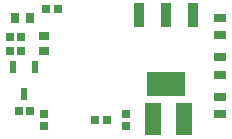
<source format=gbp>
G04*
G04 #@! TF.GenerationSoftware,Altium Limited,Altium Designer,22.10.1 (41)*
G04*
G04 Layer_Color=128*
%FSLAX44Y44*%
%MOMM*%
G71*
G04*
G04 #@! TF.SameCoordinates,6AC466C0-41EF-44D2-8528-C36EB44BF29F*
G04*
G04*
G04 #@! TF.FilePolarity,Positive*
G04*
G01*
G75*
%ADD19R,0.7600X0.7200*%
%ADD28R,0.7200X0.7600*%
%ADD58R,0.8121X0.7581*%
%ADD59R,0.7000X0.6500*%
%ADD60R,0.6000X1.0500*%
%ADD61R,1.0000X0.8000*%
%ADD62R,1.4000X2.8000*%
%ADD63R,0.7581X0.8121*%
%ADD64R,3.2500X2.1500*%
%ADD65R,0.9500X2.1500*%
D19*
X74143Y51816D02*
D03*
X83943D02*
D03*
X125042Y-42164D02*
D03*
X115242D02*
D03*
D28*
X72375Y-37264D02*
D03*
Y-47064D02*
D03*
X141340Y-37264D02*
D03*
Y-47064D02*
D03*
D58*
X71882Y16297D02*
D03*
Y28837D02*
D03*
D59*
X60122Y-34249D02*
D03*
X50622D02*
D03*
X52502Y16256D02*
D03*
X43002D02*
D03*
X43002Y27759D02*
D03*
X52502D02*
D03*
D60*
X55372Y-20496D02*
D03*
X64872Y2503D02*
D03*
X45872D02*
D03*
D61*
X221342Y11056D02*
D03*
Y-3944D02*
D03*
X221342Y-37446D02*
D03*
Y-22446D02*
D03*
Y29559D02*
D03*
Y44559D02*
D03*
D62*
X164592Y-41437D02*
D03*
X190592D02*
D03*
D63*
X47832Y44130D02*
D03*
X60372D02*
D03*
D64*
X175590Y-11684D02*
D03*
D65*
X198589Y46316D02*
D03*
X175590D02*
D03*
X152590D02*
D03*
M02*

</source>
